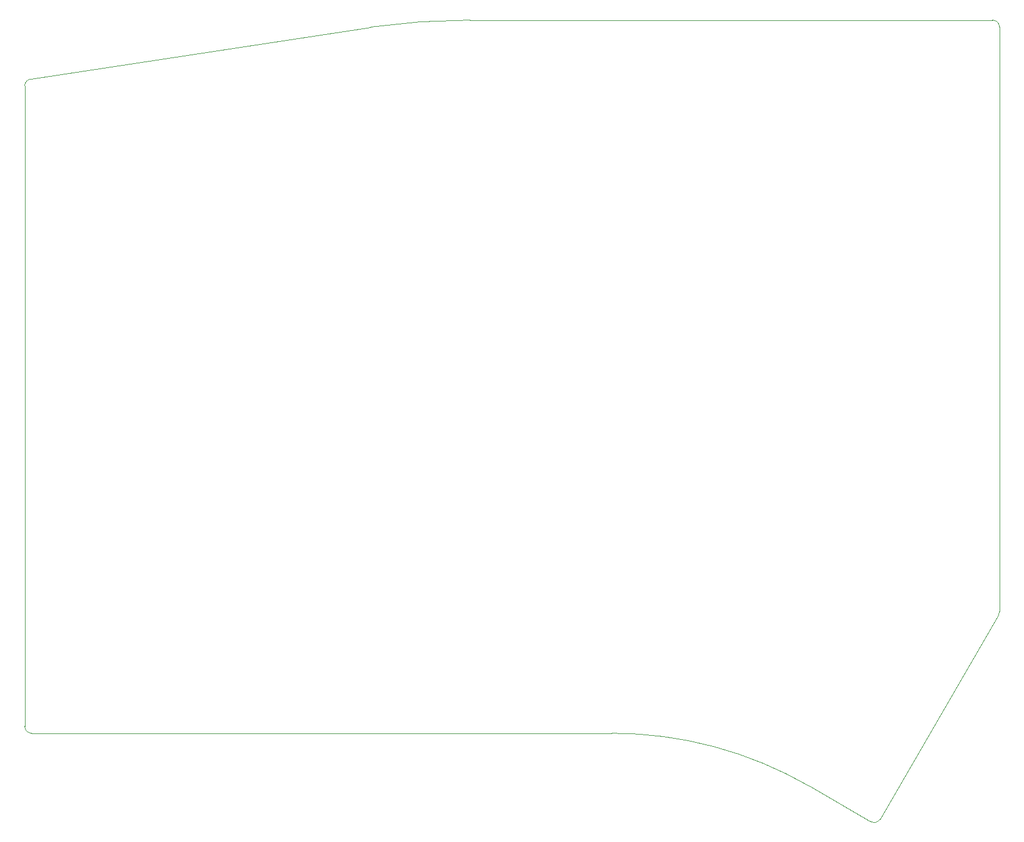
<source format=gbr>
G04 #@! TF.GenerationSoftware,KiCad,Pcbnew,(5.1.6)-1*
G04 #@! TF.CreationDate,2020-10-24T16:39:11+08:00*
G04 #@! TF.ProjectId,Cantaloupe_Base,43616e74-616c-46f7-9570-655f42617365,rev?*
G04 #@! TF.SameCoordinates,Original*
G04 #@! TF.FileFunction,Profile,NP*
%FSLAX46Y46*%
G04 Gerber Fmt 4.6, Leading zero omitted, Abs format (unit mm)*
G04 Created by KiCad (PCBNEW (5.1.6)-1) date 2020-10-24 16:39:11*
%MOMM*%
%LPD*%
G01*
G04 APERTURE LIST*
G04 #@! TA.AperFunction,Profile*
%ADD10C,0.100000*%
G04 #@! TD*
G04 APERTURE END LIST*
D10*
X196111473Y-41145343D02*
X245712142Y-33556686D01*
X260188449Y-32543749D02*
X336343499Y-32543749D01*
X245712142Y-33556686D02*
G75*
G02*
X260188449Y-32543749I14476307J-102937063D01*
G01*
X309558773Y-144201474D02*
G75*
G03*
X280832500Y-136525049I-28676273J-49723575D01*
G01*
X318589300Y-149409776D02*
X309558773Y-144201474D01*
X319955325Y-149043749D02*
G75*
G02*
X318589300Y-149409776I-866026J499999D01*
G01*
X337208042Y-119295073D02*
X319955325Y-149043749D01*
X337343500Y-33543748D02*
X337343500Y-118792514D01*
X336343499Y-32543749D02*
G75*
G02*
X337343500Y-33543748I1J-1000000D01*
G01*
X196262499Y-136525048D02*
G75*
G02*
X195262500Y-135525049I0J999999D01*
G01*
X280832500Y-136525049D02*
X196262500Y-136525049D01*
X195262500Y-135525049D02*
X195262500Y-42133874D01*
X337343499Y-118792514D02*
G75*
G02*
X337208042Y-119295073I-999999J0D01*
G01*
X195262500Y-42133874D02*
G75*
G02*
X196111473Y-41145343I1000000J1D01*
G01*
M02*

</source>
